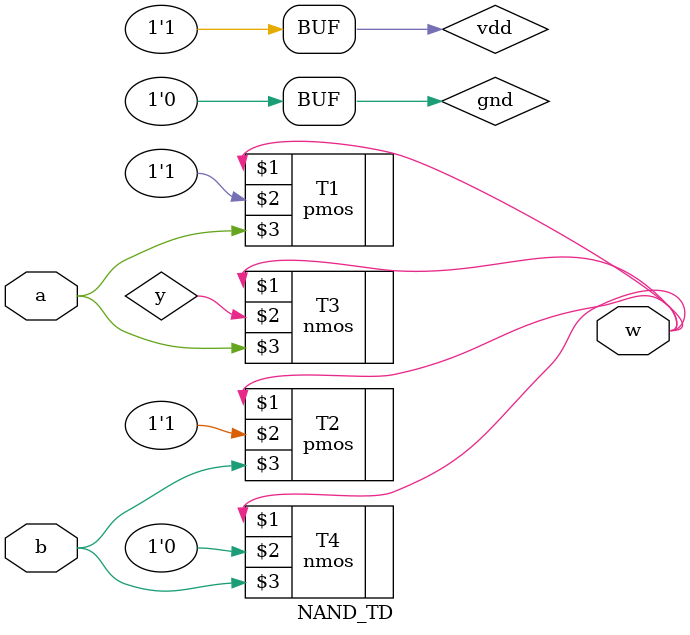
<source format=v>
`timescale 1ns / 1ps
module NAND_TD( input a ,input b, output w   );
	supply1 vdd ;
	supply0 gnd ;
	wire y ;
	pmos #(6)T1(w ,vdd, a);
	pmos #(6)T2(w,vdd,b);
	nmos #(5)T3(w,y,a);
	nmos #(5)T4(w,gnd,b);
endmodule

</source>
